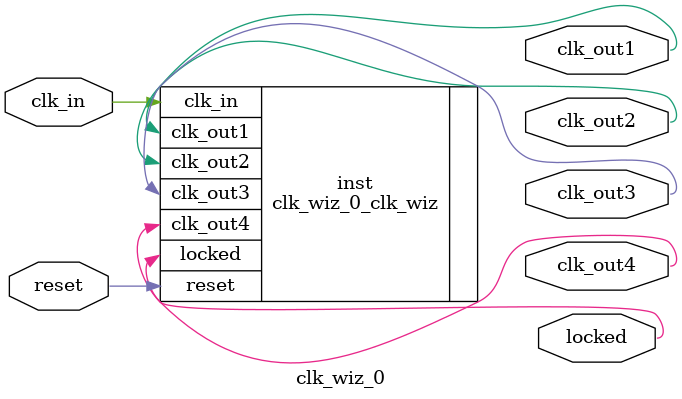
<source format=v>


`timescale 1ps/1ps

(* CORE_GENERATION_INFO = "clk_wiz_0,clk_wiz_v6_0_2_0_0,{component_name=clk_wiz_0,use_phase_alignment=true,use_min_o_jitter=false,use_max_i_jitter=false,use_dyn_phase_shift=false,use_inclk_switchover=false,use_dyn_reconfig=false,enable_axi=0,feedback_source=FDBK_AUTO,PRIMITIVE=PLL,num_out_clk=4,clkin1_period=20.000,clkin2_period=10.0,use_power_down=false,use_reset=true,use_locked=true,use_inclk_stopped=false,feedback_type=SINGLE,CLOCK_MGR_TYPE=NA,manual_override=false}" *)

module clk_wiz_0 
 (
  // Clock out ports
  output        clk_out1,
  output        clk_out2,
  output        clk_out3,
  output        clk_out4,
  // Status and control signals
  input         reset,
  output        locked,
 // Clock in ports
  input         clk_in
 );

  clk_wiz_0_clk_wiz inst
  (
  // Clock out ports  
  .clk_out1(clk_out1),
  .clk_out2(clk_out2),
  .clk_out3(clk_out3),
  .clk_out4(clk_out4),
  // Status and control signals               
  .reset(reset), 
  .locked(locked),
 // Clock in ports
  .clk_in(clk_in)
  );

endmodule

</source>
